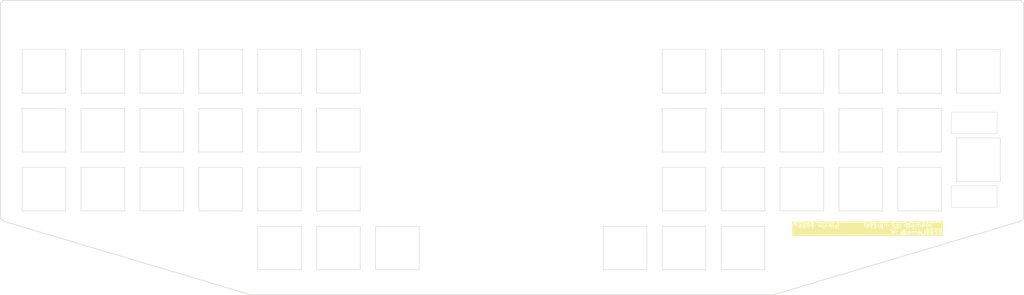
<source format=kicad_pcb>
(kicad_pcb (version 20221018) (generator pcbnew)
  (title_block (date "2024-04-06"))
  (layers (0 "F.Cu" signal) (31 "B.Cu" signal) (34 "B.Paste" user) (35 "F.Paste" user) (36 "B.SilkS" user "B.Silkscreen") (37 "F.SilkS" user "F.Silkscreen") (38 "B.Mask" user) (39 "F.Mask" user) (44 "Edge.Cuts" user))
  (net 0 "")
  (footprint "kbd_SW_Hole:SW_Hole_1u" (layer "F.Cu") (at 261.62 115.8437)
    (fp_text reference "SW22" hide)
    (fp_text value "SW_Push" hide)
    (fp_line (start -7.05 -7.05) (end 7.05 -7.05) (stroke (width 0.15)) (layer "Edge.Cuts"))
    (fp_line (start -7.05 7.05) (end -7.05 -7.05) (stroke (width 0.15)) (layer "Edge.Cuts"))
    (fp_line (start 7.05 -7.05) (end 7.05 7.05) (stroke (width 0.15)) (layer "Edge.Cuts"))
    (fp_line (start 7.05 7.05) (end -7.05 7.05) (stroke (width 0.15)) (layer "Edge.Cuts"))
  )
  (footprint "kbd_SW_Hole:SW_Hole_1u" (layer "F.Cu") (at 337.82 115.8437)
    (fp_text reference "SW37" hide)
    (fp_text value "SW_Push" hide)
    (fp_line (start -7.05 -7.05) (end 7.05 -7.05) (stroke (width 0.15)) (layer "Edge.Cuts"))
    (fp_line (start -7.05 7.05) (end -7.05 -7.05) (stroke (width 0.15)) (layer "Edge.Cuts"))
    (fp_line (start 7.05 -7.05) (end 7.05 7.05) (stroke (width 0.15)) (layer "Edge.Cuts"))
    (fp_line (start 7.05 7.05) (end -7.05 7.05) (stroke (width 0.15)) (layer "Edge.Cuts"))
  )
  (footprint "kbd_SW_Hole:SW_Hole_1u" (layer "F.Cu") (at 111.745 153.9437)
    (fp_text reference "SW12" hide)
    (fp_text value "SW_Push" hide)
    (fp_line (start -7.05 -7.05) (end 7.05 -7.05) (stroke (width 0.15)) (layer "Edge.Cuts"))
    (fp_line (start -7.05 7.05) (end -7.05 -7.05) (stroke (width 0.15)) (layer "Edge.Cuts"))
    (fp_line (start 7.05 -7.05) (end 7.05 7.05) (stroke (width 0.15)) (layer "Edge.Cuts"))
    (fp_line (start 7.05 7.05) (end -7.05 7.05) (stroke (width 0.15)) (layer "Edge.Cuts"))
  )
  (footprint "kbd_SW_Hole:SW_Hole_1u" (layer "F.Cu") (at 280.67 115.8437)
    (fp_text reference "SW26" hide)
    (fp_text value "SW_Push" hide)
    (fp_line (start -7.05 -7.05) (end 7.05 -7.05) (stroke (width 0.15)) (layer "Edge.Cuts"))
    (fp_line (start -7.05 7.05) (end -7.05 -7.05) (stroke (width 0.15)) (layer "Edge.Cuts"))
    (fp_line (start 7.05 -7.05) (end 7.05 7.05) (stroke (width 0.15)) (layer "Edge.Cuts"))
    (fp_line (start 7.05 7.05) (end -7.05 7.05) (stroke (width 0.15)) (layer "Edge.Cuts"))
  )
  (footprint "kbd_SW_Hole:SW_Hole_1u" (layer "F.Cu") (at 54.595 153.9437)
    (fp_text reference "SW3" hide)
    (fp_text value "SW_Push" hide)
    (fp_line (start -7.05 -7.05) (end 7.05 -7.05) (stroke (width 0.15)) (layer "Edge.Cuts"))
    (fp_line (start -7.05 7.05) (end -7.05 -7.05) (stroke (width 0.15)) (layer "Edge.Cuts"))
    (fp_line (start 7.05 -7.05) (end 7.05 7.05) (stroke (width 0.15)) (layer "Edge.Cuts"))
    (fp_line (start 7.05 7.05) (end -7.05 7.05) (stroke (width 0.15)) (layer "Edge.Cuts"))
  )
  (footprint "MountingHole:MountingHole_3.2mm_M3" (layer "F.Cu") (at 309.5625 173.8312)
    (fp_text reference "Ref6" hide)
    (fp_text value "Val**")
    (pad "" np_thru_hole circle (at 0 0) (size 3.2 3.2) (drill 3.2) (layers "*.Cu" "*.Mask"))
  )
  (footprint "kbd_SW_Hole:SW_Hole_1u" (layer "F.Cu") (at 92.695 153.9437)
    (fp_text reference "SW9" hide)
    (fp_text value "SW_Push" hide)
    (fp_line (start -7.05 -7.05) (end 7.05 -7.05) (stroke (width 0.15)) (layer "Edge.Cuts"))
    (fp_line (start -7.05 7.05) (end -7.05 -7.05) (stroke (width 0.15)) (layer "Edge.Cuts"))
    (fp_line (start 7.05 -7.05) (end 7.05 7.05) (stroke (width 0.15)) (layer "Edge.Cuts"))
    (fp_line (start 7.05 7.05) (end -7.05 7.05) (stroke (width 0.15)) (layer "Edge.Cuts"))
  )
  (footprint "kbd_SW_Hole:SW_Hole_1u" (layer "F.Cu") (at 111.745 115.8437)
    (fp_text reference "SW10" hide)
    (fp_text value "SW_Push" hide)
    (fp_line (start -7.05 -7.05) (end 7.05 -7.05) (stroke (width 0.15)) (layer "Edge.Cuts"))
    (fp_line (start -7.05 7.05) (end -7.05 -7.05) (stroke (width 0.15)) (layer "Edge.Cuts"))
    (fp_line (start 7.05 -7.05) (end 7.05 7.05) (stroke (width 0.15)) (layer "Edge.Cuts"))
    (fp_line (start 7.05 7.05) (end -7.05 7.05) (stroke (width 0.15)) (layer "Edge.Cuts"))
  )
  (footprint "MountingHole:MountingHole_3.2mm_M3" (layer "F.Cu") (at 47.625 100.0125)
    (fp_text reference "Ref1" hide)
    (fp_text value "Val**")
    (pad "" np_thru_hole circle (at 0 0) (size 3.2 3.2) (drill 3.2) (layers "*.Cu" "*.Mask"))
  )
  (footprint "MountingHole:MountingHole_3.2mm_M3" (layer "F.Cu") (at 102.3938 173.8312)
    (fp_text reference "Ref5" hide)
    (fp_text value "Val**")
    (pad "" np_thru_hole circle (at 0 0) (size 3.2 3.2) (drill 3.2) (layers "*.Cu" "*.Mask"))
  )
  (footprint "kbd_SW_Hole:SW_Hole_1u" (layer "F.Cu") (at 54.595 115.8437)
    (fp_text reference "SW1" hide)
    (fp_text value "SW_Push" hide)
    (fp_line (start -7.05 -7.05) (end 7.05 -7.05) (stroke (width 0.15)) (layer "Edge.Cuts"))
    (fp_line (start -7.05 7.05) (end -7.05 -7.05) (stroke (width 0.15)) (layer "Edge.Cuts"))
    (fp_line (start 7.05 -7.05) (end 7.05 7.05) (stroke (width 0.15)) (layer "Edge.Cuts"))
    (fp_line (start 7.05 7.05) (end -7.05 7.05) (stroke (width 0.15)) (layer "Edge.Cuts"))
  )
  (footprint "kbd_SW_Hole:SW_Hole_1u" (layer "F.Cu") (at 242.57 172.9937)
    (fp_text reference "SW25" hide)
    (fp_text value "SW_Push" hide)
    (fp_line (start -7.05 -7.05) (end 7.05 -7.05) (stroke (width 0.15)) (layer "Edge.Cuts"))
    (fp_line (start -7.05 7.05) (end -7.05 -7.05) (stroke (width 0.15)) (layer "Edge.Cuts"))
    (fp_line (start 7.05 -7.05) (end 7.05 7.05) (stroke (width 0.15)) (layer "Edge.Cuts"))
    (fp_line (start 7.05 7.05) (end -7.05 7.05) (stroke (width 0.15)) (layer "Edge.Cuts"))
  )
  (footprint "kbd_SW_Hole:SW_Hole_1u" (layer "F.Cu") (at 130.795 172.9937)
    (fp_text reference "SW13" hide)
    (fp_text value "SW_Push" hide)
    (fp_line (start -7.05 -7.05) (end 7.05 -7.05) (stroke (width 0.15)) (layer "Edge.Cuts"))
    (fp_line (start -7.05 7.05) (end -7.05 -7.05) (stroke (width 0.15)) (layer "Edge.Cuts"))
    (fp_line (start 7.05 -7.05) (end 7.05 7.05) (stroke (width 0.15)) (layer "Edge.Cuts"))
    (fp_line (start 7.05 7.05) (end -7.05 7.05) (stroke (width 0.15)) (layer "Edge.Cuts"))
  )
  (footprint "kbd_SW_Hole:SW_Hole_1u" (layer "F.Cu") (at 299.72 134.8937)
    (fp_text reference "SW31" hide)
    (fp_text value "SW_Push" hide)
    (fp_line (start -7.05 -7.05) (end 7.05 -7.05) (stroke (width 0.15)) (layer "Edge.Cuts"))
    (fp_line (start -7.05 7.05) (end -7.05 -7.05) (stroke (width 0.15)) (layer "Edge.Cuts"))
    (fp_line (start 7.05 -7.05) (end 7.05 7.05) (stroke (width 0.15)) (layer "Edge.Cuts"))
    (fp_line (start 7.05 7.05) (end -7.05 7.05) (stroke (width 0.15)) (layer "Edge.Cuts"))
  )
  (footprint "kbd_SW_Hole:SW_Hole_1u" (layer "F.Cu") (at 280.67 153.9437)
    (fp_text reference "SW28" hide)
    (fp_text value "SW_Push" hide)
    (fp_line (start -7.05 -7.05) (end 7.05 -7.05) (stroke (width 0.15)) (layer "Edge.Cuts"))
    (fp_line (start -7.05 7.05) (end -7.05 -7.05) (stroke (width 0.15)) (layer "Edge.Cuts"))
    (fp_line (start 7.05 -7.05) (end 7.05 7.05) (stroke (width 0.15)) (layer "Edge.Cuts"))
    (fp_line (start 7.05 7.05) (end -7.05 7.05) (stroke (width 0.15)) (layer "Edge.Cuts"))
  )
  (footprint "kbd_SW_Hole:SW_Hole_1u" (layer "F.Cu") (at 92.695 115.8437)
    (fp_text reference "SW7" hide)
    (fp_text value "SW_Push" hide)
    (fp_line (start -7.05 -7.05) (end 7.05 -7.05) (stroke (width 0.15)) (layer "Edge.Cuts"))
    (fp_line (start -7.05 7.05) (end -7.05 -7.05) (stroke (width 0.15)) (layer "Edge.Cuts"))
    (fp_line (start 7.05 -7.05) (end 7.05 7.05) (stroke (width 0.15)) (layer "Edge.Cuts"))
    (fp_line (start 7.05 7.05) (end -7.05 7.05) (stroke (width 0.15)) (layer "Edge.Cuts"))
  )
  (footprint "kbd_SW_Hole:SW_Hole_1u" (layer "F.Cu") (at 73.645 153.9437)
    (fp_text reference "SW6" hide)
    (fp_text value "SW_Push" hide)
    (fp_line (start -7.05 -7.05) (end 7.05 -7.05) (stroke (width 0.15)) (layer "Edge.Cuts"))
    (fp_line (start -7.05 7.05) (end -7.05 -7.05) (stroke (width 0.15)) (layer "Edge.Cuts"))
    (fp_line (start 7.05 -7.05) (end 7.05 7.05) (stroke (width 0.15)) (layer "Edge.Cuts"))
    (fp_line (start 7.05 7.05) (end -7.05 7.05) (stroke (width 0.15)) (layer "Edge.Cuts"))
  )
  (footprint "kbd_SW_Hole:SW_Hole_1u" (layer "F.Cu") (at 280.67 172.9937)
    (fp_text reference "SW33" hide)
    (fp_text value "SW_Push" hide)
    (fp_line (start -7.05 -7.05) (end 7.05 -7.05) (stroke (width 0.15)) (layer "Edge.Cuts"))
    (fp_line (start -7.05 7.05) (end -7.05 -7.05) (stroke (width 0.15)) (layer "Edge.Cuts"))
    (fp_line (start 7.05 -7.05) (end 7.05 7.05) (stroke (width 0.15)) (layer "Edge.Cuts"))
    (fp_line (start 7.05 7.05) (end -7.05 7.05) (stroke (width 0.15)) (layer "Edge.Cuts"))
  )
  (footprint "kbd_SW_Hole:SW_Hole_1u" (layer "F.Cu") (at 92.695 134.8937)
    (fp_text reference "SW8" hide)
    (fp_text value "SW_Push" hide)
    (fp_line (start -7.05 -7.05) (end 7.05 -7.05) (stroke (width 0.15)) (layer "Edge.Cuts"))
    (fp_line (start -7.05 7.05) (end -7.05 -7.05) (stroke (width 0.15)) (layer "Edge.Cuts"))
    (fp_line (start 7.05 -7.05) (end 7.05 7.05) (stroke (width 0.15)) (layer "Edge.Cuts"))
    (fp_line (start 7.05 7.05) (end -7.05 7.05) (stroke (width 0.15)) (layer "Edge.Cuts"))
  )
  (footprint "kbd_SW_Hole:SW_Hole_1u" (layer "F.Cu") (at 130.795 134.8937)
    (fp_text reference "SW15" hide)
    (fp_text value "SW_Push" hide)
    (fp_line (start -7.05 -7.05) (end 7.05 -7.05) (stroke (width 0.15)) (layer "Edge.Cuts"))
    (fp_line (start -7.05 7.05) (end -7.05 -7.05) (stroke (width 0.15)) (layer "Edge.Cuts"))
    (fp_line (start 7.05 -7.05) (end 7.05 7.05) (stroke (width 0.15)) (layer "Edge.Cuts"))
    (fp_line (start 7.05 7.05) (end -7.05 7.05) (stroke (width 0.15)) (layer "Edge.Cuts"))
  )
  (footprint "kbd_SW_Hole:SW_Hole_1u" (layer "F.Cu") (at 261.62 153.9437)
    (fp_text reference "SW24" hide)
    (fp_text value "SW_Push" hide)
    (fp_line (start -7.05 -7.05) (end 7.05 -7.05) (stroke (width 0.15)) (layer "Edge.Cuts"))
    (fp_line (start -7.05 7.05) (end -7.05 -7.05) (stroke (width 0.15)) (layer "Edge.Cuts"))
    (fp_line (start 7.05 -7.05) (end 7.05 7.05) (stroke (width 0.15)) (layer "Edge.Cuts"))
    (fp_line (start 7.05 7.05) (end -7.05 7.05) (stroke (width 0.15)) (layer "Edge.Cuts"))
  )
  (footprint "kbd_SW_Hole:SW_Hole_1u" (layer "F.Cu") (at 130.795 153.9437)
    (fp_text reference "SW16" hide)
    (fp_text value "SW_Push" hide)
    (fp_line (start -7.05 -7.05) (end 7.05 -7.05) (stroke (width 0.15)) (layer "Edge.Cuts"))
    (fp_line (start -7.05 7.05) (end -7.05 -7.05) (stroke (width 0.15)) (layer "Edge.Cuts"))
    (fp_line (start 7.05 -7.05) (end 7.05 7.05) (stroke (width 0.15)) (layer "Edge.Cuts"))
    (fp_line (start 7.05 7.05) (end -7.05 7.05) (stroke (width 0.15)) (layer "Edge.Cuts"))
  )
  (footprint "kbd_SW_Hole:SW_Hole_1u" (layer "F.Cu") (at 299.72 115.8437)
    (fp_text reference "SW30" hide)
    (fp_text value "SW_Push" hide)
    (fp_line (start -7.05 -7.05) (end 7.05 -7.05) (stroke (width 0.15)) (layer "Edge.Cuts"))
    (fp_line (start -7.05 7.05) (end -7.05 -7.05) (stroke (width 0.15)) (layer "Edge.Cuts"))
    (fp_line (start 7.05 -7.05) (end 7.05 7.05) (stroke (width 0.15)) (layer "Edge.Cuts"))
    (fp_line (start 7.05 7.05) (end -7.05 7.05) (stroke (width 0.15)) (layer "Edge.Cuts"))
  )
  (footprint "kbd_SW_Hole:SW_Hole_1u" (layer "F.Cu") (at 299.72 153.9437)
    (fp_text reference "SW32" hide)
    (fp_text value "SW_Push" hide)
    (fp_line (start -7.05 -7.05) (end 7.05 -7.05) (stroke (width 0.15)) (layer "Edge.Cuts"))
    (fp_line (start -7.05 7.05) (end -7.05 -7.05) (stroke (width 0.15)) (layer "Edge.Cuts"))
    (fp_line (start 7.05 -7.05) (end 7.05 7.05) (stroke (width 0.15)) (layer "Edge.Cuts"))
    (fp_line (start 7.05 7.05) (end -7.05 7.05) (stroke (width 0.15)) (layer "Edge.Cuts"))
  )
  (footprint "kbd_SW_Hole:SW_Hole_1u" (layer "F.Cu") (at 130.795 115.8437)
    (fp_text reference "SW14" hide)
    (fp_text value "SW_Push" hide)
    (fp_line (start -7.05 -7.05) (end 7.05 -7.05) (stroke (width 0.15)) (layer "Edge.Cuts"))
    (fp_line (start -7.05 7.05) (end -7.05 -7.05) (stroke (width 0.15)) (layer "Edge.Cuts"))
    (fp_line (start 7.05 -7.05) (end 7.05 7.05) (stroke (width 0.15)) (layer "Edge.Cuts"))
    (fp_line (start 7.05 7.05) (end -7.05 7.05) (stroke (width 0.15)) (layer "Edge.Cuts"))
  )
  (footprint "kbd_SW_Hole:SW_Hole_1u" (layer "F.Cu") (at 337.82 134.8937)
    (fp_text reference "SW38" hide)
    (fp_text value "SW_Push" hide)
    (fp_line (start -7.05 -7.05) (end 7.05 -7.05) (stroke (width 0.15)) (layer "Edge.Cuts"))
    (fp_line (start -7.05 7.05) (end -7.05 -7.05) (stroke (width 0.15)) (layer "Edge.Cuts"))
    (fp_line (start 7.05 -7.05) (end 7.05 7.05) (stroke (width 0.15)) (layer "Edge.Cuts"))
    (fp_line (start 7.05 7.05) (end -7.05 7.05) (stroke (width 0.15)) (layer "Edge.Cuts"))
  )
  (footprint "kbd_SW_Hole:SW_Hole_2u" (layer "F.Cu") (at 356.87 144.4187 -90)
    (fp_text reference "SW41" hide)
    (fp_text value "SW_Push" hide)
    (fp_line (start -15.4 -6) (end -8.4 -6) (stroke (width 0.12)) (layer "Edge.Cuts"))
    (fp_line (start -15.4 8.8) (end -15.4 -6) (stroke (width 0.12)) (layer "Edge.Cuts"))
    (fp_line (start -8.4 -6) (end -8.4 8.8) (stroke (width 0.12)) (layer "Edge.Cuts"))
    (fp_line (start -8.4 8.8) (end -15.4 8.8) (stroke (width 0.12)) (layer "Edge.Cuts"))
    (fp_line (start -7.05 -7.05) (end 7.05 -7.05) (stroke (width 0.15)) (layer "Edge.Cuts"))
    (fp_line (start -7.05 7.05) (end -7.05 -7.05) (stroke (width 0.15)) (layer "Edge.Cuts"))
    (fp_line (start 7.05 -7.05) (end 7.05 7.05) (stroke (width 0.15)) (layer "Edge.Cuts"))
    (fp_line (start 7.05 7.05) (end -7.05 7.05) (stroke (width 0.15)) (layer "Edge.Cuts"))
    (fp_line (start 8.4 -6) (end 8.4 8.8) (stroke (width 0.12)) (layer "Edge.Cuts"))
    (fp_line (start 8.4 8.8) (end 15.4 8.8) (stroke (width 0.12)) (layer "Edge.Cuts"))
    (fp_line (start 15.4 -6) (end 8.4 -6) (stroke (width 0.12)) (layer "Edge.Cuts"))
    (fp_line (start 15.4 8.8) (end 15.4 -6) (stroke (width 0.12)) (layer "Edge.Cuts"))
  )
  (footprint "kbd_SW_Hole:SW_Hole_1u" (layer "F.Cu") (at 261.62 134.8937)
    (fp_text reference "SW23" hide)
    (fp_text value "SW_Push" hide)
    (fp_line (start -7.05 -7.05) (end 7.05 -7.05) (stroke (width 0.15)) (layer "Edge.Cuts"))
    (fp_line (start -7.05 7.05) (end -7.05 -7.05) (stroke (width 0.15)) (layer "Edge.Cuts"))
    (fp_line (start 7.05 -7.05) (end 7.05 7.05) (stroke (width 0.15)) (layer "Edge.Cuts"))
    (fp_line (start 7.05 7.05) (end -7.05 7.05) (stroke (width 0.15)) (layer "Edge.Cuts"))
  )
  (footprint "MountingHole:MountingHole_3.2mm_M3" (layer "F.Cu") (at 364.3313 100.0125)
    (fp_text reference "Ref2" hide)
    (fp_text value "Val**")
    (pad "" np_thru_hole circle (at 0 0) (size 3.2 3.2) (drill 3.2) (layers "*.Cu" "*.Mask"))
  )
  (footprint "kbd_SW_Hole:SW_Hole_1u" (layer "F.Cu") (at 168.895 172.9937)
    (fp_text reference "SW21" hide)
    (fp_text value "SW_Push" hide)
    (fp_line (start -7.05 -7.05) (end 7.05 -7.05) (stroke (width 0.15)) (layer "Edge.Cuts"))
    (fp_line (start -7.05 7.05) (end -7.05 -7.05) (stroke (width 0.15)) (layer "Edge.Cuts"))
    (fp_line (start 7.05 -7.05) (end 7.05 7.05) (stroke (width 0.15)) (layer "Edge.Cuts"))
    (fp_line (start 7.05 7.05) (end -7.05 7.05) (stroke (width 0.15)) (layer "Edge.Cuts"))
  )
  (footprint "kbd_SW_Hole:SW_Hole_1u" (layer "F.Cu") (at 318.77 115.8437)
    (fp_text reference "SW34" hide)
    (fp_text value "SW_Push" hide)
    (fp_line (start -7.05 -7.05) (end 7.05 -7.05) (stroke (width 0.15)) (layer "Edge.Cuts"))
    (fp_line (start -7.05 7.05) (end -7.05 -7.05) (stroke (width 0.15)) (layer "Edge.Cuts"))
    (fp_line (start 7.05 -7.05) (end 7.05 7.05) (stroke (width 0.15)) (layer "Edge.Cuts"))
    (fp_line (start 7.05 7.05) (end -7.05 7.05) (stroke (width 0.15)) (layer "Edge.Cuts"))
  )
  (footprint "kbd_SW_Hole:SW_Hole_1u" (layer "F.Cu") (at 261.62 172.9937)
    (fp_text reference "SW29" hide)
    (fp_text value "SW_Push" hide)
    (fp_line (start -7.05 -7.05) (end 7.05 -7.05) (stroke (width 0.15)) (layer "Edge.Cuts"))
    (fp_line (start -7.05 7.05) (end -7.05 -7.05) (stroke (width 0.15)) (layer "Edge.Cuts"))
    (fp_line (start 7.05 -7.05) (end 7.05 7.05) (stroke (width 0.15)) (layer "Edge.Cuts"))
    (fp_line (start 7.05 7.05) (end -7.05 7.05) (stroke (width 0.15)) (layer "Edge.Cuts"))
  )
  (footprint "kbd_SW_Hole:SW_Hole_1u" (layer "F.Cu") (at 73.645 115.8437)
    (fp_text reference "SW4" hide)
    (fp_text value "SW_Push" hide)
    (fp_line (start -7.05 -7.05) (end 7.05 -7.05) (stroke (width 0.15)) (layer "Edge.Cuts"))
    (fp_line (start -7.05 7.05) (end -7.05 -7.05) (stroke (width 0.15)) (layer "Edge.Cuts"))
    (fp_line (start 7.05 -7.05) (end 7.05 7.05) (stroke (width 0.15)) (layer "Edge.Cuts"))
    (fp_line (start 7.05 7.05) (end -7.05 7.05) (stroke (width 0.15)) (layer "Edge.Cuts"))
  )
  (footprint "kbd_SW_Hole:SW_Hole_1u" (layer "F.Cu") (at 280.67 134.8937)
    (fp_text reference "SW27" hide)
    (fp_text value "SW_Push" hide)
    (fp_line (start -7.05 -7.05) (end 7.05 -7.05) (stroke (width 0.15)) (layer "Edge.Cuts"))
    (fp_line (start -7.05 7.05) (end -7.05 -7.05) (stroke (width 0.15)) (layer "Edge.Cuts"))
    (fp_line (start 7.05 -7.05) (end 7.05 7.05) (stroke (width 0.15)) (layer "Edge.Cuts"))
    (fp_line (start 7.05 7.05) (end -7.05 7.05) (stroke (width 0.15)) (layer "Edge.Cuts"))
  )
  (footprint "kbd_SW_Hole:SW_Hole_1u" (layer "F.Cu") (at 54.595 134.8937)
    (fp_text reference "SW2" hide)
    (fp_text value "SW_Push" hide)
    (fp_line (start -7.05 -7.05) (end 7.05 -7.05) (stroke (width 0.15)) (layer "Edge.Cuts"))
    (fp_line (start -7.05 7.05) (end -7.05 -7.05) (stroke (width 0.15)) (layer "Edge.Cuts"))
    (fp_line (start 7.05 -7.05) (end 7.05 7.05) (stroke (width 0.15)) (layer "Edge.Cuts"))
    (fp_line (start 7.05 7.05) (end -7.05 7.05) (stroke (width 0.15)) (layer "Edge.Cuts"))
  )
  (footprint "kbd_SW_Hole:SW_Hole_1u" (layer "F.Cu") (at 73.645 134.8937)
    (fp_text reference "SW5" hide)
    (fp_text value "SW_Push" hide)
    (fp_line (start -7.05 -7.05) (end 7.05 -7.05) (stroke (width 0.15)) (layer "Edge.Cuts"))
    (fp_line (start -7.05 7.05) (end -7.05 -7.05) (stroke (width 0.15)) (layer "Edge.Cuts"))
    (fp_line (start 7.05 -7.05) (end 7.05 7.05) (stroke (width 0.15)) (layer "Edge.Cuts"))
    (fp_line (start 7.05 7.05) (end -7.05 7.05) (stroke (width 0.15)) (layer "Edge.Cuts"))
  )
  (footprint "kbd_SW_Hole:SW_Hole_1u" (layer "F.Cu") (at 149.845 115.8437)
    (fp_text reference "SW18" hide)
    (fp_text value "SW_Push" hide)
    (fp_line (start -7.05 -7.05) (end 7.05 -7.05) (stroke (width 0.15)) (layer "Edge.Cuts"))
    (fp_line (start -7.05 7.05) (end -7.05 -7.05) (stroke (width 0.15)) (layer "Edge.Cuts"))
    (fp_line (start 7.05 -7.05) (end 7.05 7.05) (stroke (width 0.15)) (layer "Edge.Cuts"))
    (fp_line (start 7.05 7.05) (end -7.05 7.05) (stroke (width 0.15)) (layer "Edge.Cuts"))
  )
  (footprint "kbd_SW_Hole:SW_Hole_1u" (layer "F.Cu") (at 149.845 134.8937)
    (fp_text reference "SW19" hide)
    (fp_text value "SW_Push" hide)
    (fp_line (start -7.05 -7.05) (end 7.05 -7.05) (stroke (width 0.15)) (layer "Edge.Cuts"))
    (fp_line (start -7.05 7.05) (end -7.05 -7.05) (stroke (width 0.15)) (layer "Edge.Cuts"))
    (fp_line (start 7.05 -7.05) (end 7.05 7.05) (stroke (width 0.15)) (layer "Edge.Cuts"))
    (fp_line (start 7.05 7.05) (end -7.05 7.05) (stroke (width 0.15)) (layer "Edge.Cuts"))
  )
  (footprint "kbd_SW_Hole:SW_Hole_1u" (layer "F.Cu") (at 337.82 153.9437)
    (fp_text reference "SW39" hide)
    (fp_text value "SW_Push" hide)
    (fp_line (start -7.05 -7.05) (end 7.05 -7.05) (stroke (width 0.15)) (layer "Edge.Cuts"))
    (fp_line (start -7.05 7.05) (end -7.05 -7.05) (stroke (width 0.15)) (layer "Edge.Cuts"))
    (fp_line (start 7.05 -7.05) (end 7.05 7.05) (stroke (width 0.15)) (layer "Edge.Cuts"))
    (fp_line (start 7.05 7.05) (end -7.05 7.05) (stroke (width 0.15)) (layer "Edge.Cuts"))
  )
  (footprint "MountingHole:MountingHole_3.2mm_M3" (layer "F.Cu") (at 171.45 114.3)
    (fp_text reference "Ref3" hide)
    (fp_text value "Val**")
    (pad "" np_thru_hole circle (at 0 0) (size 3.2 3.2) (drill 3.2) (layers "*.Cu" "*.Mask"))
  )
  (footprint "kbd_SW_Hole:SW_Hole_1u" (layer "F.Cu") (at 111.745 134.8937)
    (fp_text reference "SW11" hide)
    (fp_text value "SW_Push" hide)
    (fp_line (start -7.05 -7.05) (end 7.05 -7.05) (stroke (width 0.15)) (layer "Edge.Cuts"))
    (fp_line (start -7.05 7.05) (end -7.05 -7.05) (stroke (width 0.15)) (layer "Edge.Cuts"))
    (fp_line (start 7.05 -7.05) (end 7.05 7.05) (stroke (width 0.15)) (layer "Edge.Cuts"))
    (fp_line (start 7.05 7.05) (end -7.05 7.05) (stroke (width 0.15)) (layer "Edge.Cuts"))
  )
  (footprint "kbd_SW_Hole:SW_Hole_1u" (layer "F.Cu") (at 149.845 153.9437)
    (fp_text reference "SW20" hide)
    (fp_text value "SW_Push" hide)
    (fp_line (start -7.05 -7.05) (end 7.05 -7.05) (stroke (width 0.15)) (layer "Edge.Cuts"))
    (fp_line (start -7.05 7.05) (end -7.05 -7.05) (stroke (width 0.15)) (layer "Edge.Cuts"))
    (fp_line (start 7.05 -7.05) (end 7.05 7.05) (stroke (width 0.15)) (layer "Edge.Cuts"))
    (fp_line (start 7.05 7.05) (end -7.05 7.05) (stroke (width 0.15)) (layer "Edge.Cuts"))
  )
  (footprint "MountingHole:MountingHole_3.2mm_M3" (layer "F.Cu") (at 240.5063 114.3)
    (fp_text reference "Ref4" hide)
    (fp_text value "Val**")
    (pad "" np_thru_hole circle (at 0 0) (size 3.2 3.2) (drill 3.2) (layers "*.Cu" "*.Mask"))
  )
  (footprint "kbd_SW_Hole:SW_Hole_1u" (layer "F.Cu") (at 149.845 172.9937)
    (fp_text reference "SW17" hide)
    (fp_text value "SW_Push" hide)
    (fp_line (start -7.05 -7.05) (end 7.05 -7.05) (stroke (width 0.15)) (layer "Edge.Cuts"))
    (fp_line (start -7.05 7.05) (end -7.05 -7.05) (stroke (width 0.15)) (layer "Edge.Cuts"))
    (fp_line (start 7.05 -7.05) (end 7.05 7.05) (stroke (width 0.15)) (layer "Edge.Cuts"))
    (fp_line (start 7.05 7.05) (end -7.05 7.05) (stroke (width 0.15)) (layer "Edge.Cuts"))
  )
  (footprint "kbd_SW_Hole:SW_Hole_1u" (layer "F.Cu") (at 356.87 115.8437)
    (fp_text reference "SW40" hide)
    (fp_text value "SW_Push" hide)
    (fp_line (start -7.05 -7.05) (end 7.05 -7.05) (stroke (width 0.15)) (layer "Edge.Cuts"))
    (fp_line (start -7.05 7.05) (end -7.05 -7.05) (stroke (width 0.15)) (layer "Edge.Cuts"))
    (fp_line (start 7.05 -7.05) (end 7.05 7.05) (stroke (width 0.15)) (layer "Edge.Cuts"))
    (fp_line (start 7.05 7.05) (end -7.05 7.05) (stroke (width 0.15)) (layer "Edge.Cuts"))
  )
  (footprint "kbd_SW_Hole:SW_Hole_1u" (layer "F.Cu") (at 318.77 153.9437)
    (fp_text reference "SW36" hide)
    (fp_text value "SW_Push" hide)
    (fp_line (start -7.05 -7.05) (end 7.05 -7.05) (stroke (width 0.15)) (layer "Edge.Cuts"))
    (fp_line (start -7.05 7.05) (end -7.05 -7.05) (stroke (width 0.15)) (layer "Edge.Cuts"))
    (fp_line (start 7.05 -7.05) (end 7.05 7.05) (stroke (width 0.15)) (layer "Edge.Cuts"))
    (fp_line (start 7.05 7.05) (end -7.05 7.05) (stroke (width 0.15)) (layer "Edge.Cuts"))
  )
  (footprint "kbd_SW_Hole:SW_Hole_1u" (layer "F.Cu") (at 318.77 134.8937)
    (fp_text reference "SW35" hide)
    (fp_text value "SW_Push" hide)
    (fp_line (start -7.05 -7.05) (end 7.05 -7.05) (stroke (width 0.15)) (layer "Edge.Cuts"))
    (fp_line (start -7.05 7.05) (end -7.05 -7.05) (stroke (width 0.15)) (layer "Edge.Cuts"))
    (fp_line (start 7.05 -7.05) (end 7.05 7.05) (stroke (width 0.15)) (layer "Edge.Cuts"))
    (fp_line (start 7.05 7.05) (end -7.05 7.05) (stroke (width 0.15)) (layer "Edge.Cuts"))
  )
  (gr_line (start 41.48125 92.86875) (end 370.475 92.86875) (stroke (width 0.2)) (layer "Edge.Cuts"))
  (gr_line (start 370.475 164.30625) (end 290.5125 188.11875) (stroke (width 0.2)) (layer "Edge.Cuts"))
  (gr_line (start 40.48125 93.86875) (end 40.48125 163.30625) (stroke (width 0.2)) (layer "Edge.Cuts"))
  (gr_line (start 370.475 92.86875) (end 371.475 93.86875) (stroke (width 0.2)) (layer "Edge.Cuts"))
  (gr_line (start 41.48125 92.86875) (end 40.48125 93.86875) (stroke (width 0.2)) (layer "Edge.Cuts"))
  (gr_line (start 41.48125 164.30625) (end 121.44375 188.11875) (stroke (width 0.2)) (layer "Edge.Cuts"))
  (gr_line (start 371.475 93.86875) (end 371.475 163.30625) (stroke (width 0.2)) (layer "Edge.Cuts"))
  (gr_line (start 371.475 163.30625) (end 370.475 164.30625) (stroke (width 0.2)) (layer "Edge.Cuts"))
  (gr_line (start 40.48125 163.30625) (end 41.48125 164.30625) (stroke (width 0.2)) (layer "Edge.Cuts"))
  (gr_line (start 290.5125 188.11875) (end 121.44375 188.11875) (stroke (width 0.2)) (layer "Edge.Cuts"))
  (gr_text "madbd v0.0.2	Design by: @amkkr\n						X: @ama_O255" (at 319.0875 166.6875) (layer "F.SilkS" knockout) (effects (font (size 1.5 1.5) (thickness 0.1875))))
)
</source>
